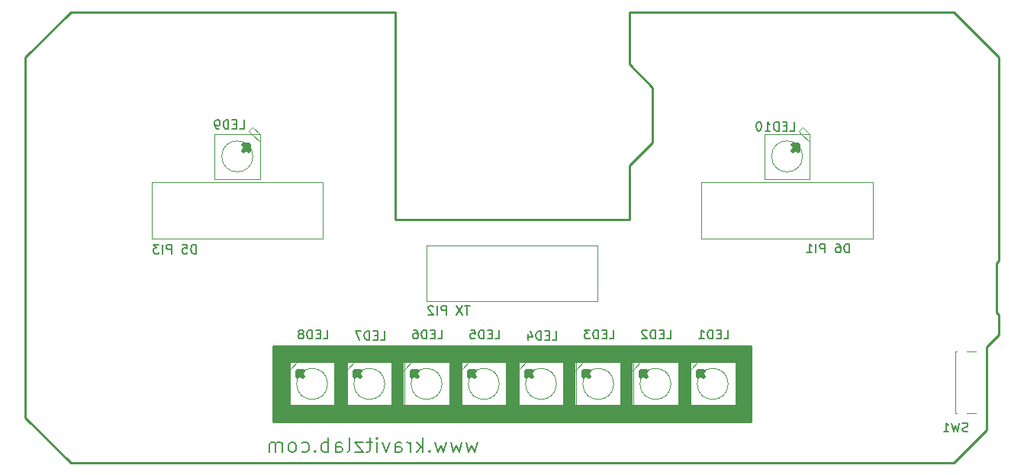
<source format=gbr>
%TF.GenerationSoftware,KiCad,Pcbnew,9.0.0*%
%TF.CreationDate,2025-04-22T12:37:31+01:00*%
%TF.ProjectId,FED3_v7.3,46454433-5f76-4372-9e33-2e6b69636164,rev?*%
%TF.SameCoordinates,Original*%
%TF.FileFunction,Legend,Bot*%
%TF.FilePolarity,Positive*%
%FSLAX46Y46*%
G04 Gerber Fmt 4.6, Leading zero omitted, Abs format (unit mm)*
G04 Created by KiCad (PCBNEW 9.0.0) date 2025-04-22 12:37:31*
%MOMM*%
%LPD*%
G01*
G04 APERTURE LIST*
%ADD10C,0.508000*%
%ADD11C,0.200000*%
%ADD12C,0.142240*%
%ADD13C,0.100000*%
%ADD14C,0.120000*%
%TA.AperFunction,Profile*%
%ADD15C,0.250000*%
%TD*%
G04 APERTURE END LIST*
D10*
X156413600Y-119843600D02*
X157048600Y-120478600D01*
X137363600Y-119843600D02*
X137998600Y-120478600D01*
X169113600Y-119843600D02*
X169748600Y-119843600D01*
X162763600Y-119843600D02*
X163398600Y-120478600D01*
X169113600Y-119843600D02*
X169748600Y-120478600D01*
X162763600Y-119843600D02*
X163398600Y-119843600D01*
X124663600Y-119843600D02*
X125298600Y-120478600D01*
X119291500Y-94735700D02*
X119291500Y-95370700D01*
X180251500Y-94735700D02*
X179616500Y-95370700D01*
X156413600Y-119843600D02*
X156413600Y-120478600D01*
X143713600Y-119843600D02*
X144348600Y-120478600D01*
X131013600Y-119843600D02*
X131013600Y-120478600D01*
X137363600Y-119843600D02*
X137363600Y-120478600D01*
X150063600Y-119843600D02*
X150698600Y-120478600D01*
X180251500Y-94735700D02*
X180251500Y-95370700D01*
X131013600Y-119843600D02*
X131648600Y-120478600D01*
X169113600Y-119843600D02*
X169113600Y-120478600D01*
X119291500Y-94735700D02*
X118656500Y-95370700D01*
X137363600Y-119843600D02*
X137998600Y-119843600D01*
X143713600Y-119843600D02*
X144348600Y-119843600D01*
X156413600Y-119843600D02*
X157048600Y-119843600D01*
X162763600Y-119843600D02*
X162763600Y-120478600D01*
X150063600Y-119843600D02*
X150063600Y-120478600D01*
X124663600Y-119843600D02*
X124663600Y-120478600D01*
X119291500Y-94735700D02*
X118656500Y-94735700D01*
X150063600Y-119843600D02*
X150698600Y-119843600D01*
X131013600Y-119843600D02*
X131648600Y-119843600D01*
X143713600Y-119843600D02*
X143713600Y-120478600D01*
X124663600Y-119843600D02*
X125298600Y-119843600D01*
X180251500Y-94735700D02*
X179616500Y-94735700D01*
D11*
X185905326Y-106692219D02*
X185905326Y-105692219D01*
X185905326Y-105692219D02*
X185667231Y-105692219D01*
X185667231Y-105692219D02*
X185524374Y-105739838D01*
X185524374Y-105739838D02*
X185429136Y-105835076D01*
X185429136Y-105835076D02*
X185381517Y-105930314D01*
X185381517Y-105930314D02*
X185333898Y-106120790D01*
X185333898Y-106120790D02*
X185333898Y-106263647D01*
X185333898Y-106263647D02*
X185381517Y-106454123D01*
X185381517Y-106454123D02*
X185429136Y-106549361D01*
X185429136Y-106549361D02*
X185524374Y-106644600D01*
X185524374Y-106644600D02*
X185667231Y-106692219D01*
X185667231Y-106692219D02*
X185905326Y-106692219D01*
X184476755Y-105692219D02*
X184667231Y-105692219D01*
X184667231Y-105692219D02*
X184762469Y-105739838D01*
X184762469Y-105739838D02*
X184810088Y-105787457D01*
X184810088Y-105787457D02*
X184905326Y-105930314D01*
X184905326Y-105930314D02*
X184952945Y-106120790D01*
X184952945Y-106120790D02*
X184952945Y-106501742D01*
X184952945Y-106501742D02*
X184905326Y-106596980D01*
X184905326Y-106596980D02*
X184857707Y-106644600D01*
X184857707Y-106644600D02*
X184762469Y-106692219D01*
X184762469Y-106692219D02*
X184571993Y-106692219D01*
X184571993Y-106692219D02*
X184476755Y-106644600D01*
X184476755Y-106644600D02*
X184429136Y-106596980D01*
X184429136Y-106596980D02*
X184381517Y-106501742D01*
X184381517Y-106501742D02*
X184381517Y-106263647D01*
X184381517Y-106263647D02*
X184429136Y-106168409D01*
X184429136Y-106168409D02*
X184476755Y-106120790D01*
X184476755Y-106120790D02*
X184571993Y-106073171D01*
X184571993Y-106073171D02*
X184762469Y-106073171D01*
X184762469Y-106073171D02*
X184857707Y-106120790D01*
X184857707Y-106120790D02*
X184905326Y-106168409D01*
X184905326Y-106168409D02*
X184952945Y-106263647D01*
X183191040Y-106692219D02*
X183191040Y-105692219D01*
X183191040Y-105692219D02*
X182810088Y-105692219D01*
X182810088Y-105692219D02*
X182714850Y-105739838D01*
X182714850Y-105739838D02*
X182667231Y-105787457D01*
X182667231Y-105787457D02*
X182619612Y-105882695D01*
X182619612Y-105882695D02*
X182619612Y-106025552D01*
X182619612Y-106025552D02*
X182667231Y-106120790D01*
X182667231Y-106120790D02*
X182714850Y-106168409D01*
X182714850Y-106168409D02*
X182810088Y-106216028D01*
X182810088Y-106216028D02*
X183191040Y-106216028D01*
X182191040Y-106692219D02*
X182191040Y-105692219D01*
X181191041Y-106692219D02*
X181762469Y-106692219D01*
X181476755Y-106692219D02*
X181476755Y-105692219D01*
X181476755Y-105692219D02*
X181571993Y-105835076D01*
X181571993Y-105835076D02*
X181667231Y-105930314D01*
X181667231Y-105930314D02*
X181762469Y-105977933D01*
X143798183Y-112592219D02*
X143226755Y-112592219D01*
X143512469Y-113592219D02*
X143512469Y-112592219D01*
X142988659Y-112592219D02*
X142321993Y-113592219D01*
X142321993Y-112592219D02*
X142988659Y-113592219D01*
X141179135Y-113592219D02*
X141179135Y-112592219D01*
X141179135Y-112592219D02*
X140798183Y-112592219D01*
X140798183Y-112592219D02*
X140702945Y-112639838D01*
X140702945Y-112639838D02*
X140655326Y-112687457D01*
X140655326Y-112687457D02*
X140607707Y-112782695D01*
X140607707Y-112782695D02*
X140607707Y-112925552D01*
X140607707Y-112925552D02*
X140655326Y-113020790D01*
X140655326Y-113020790D02*
X140702945Y-113068409D01*
X140702945Y-113068409D02*
X140798183Y-113116028D01*
X140798183Y-113116028D02*
X141179135Y-113116028D01*
X140179135Y-113592219D02*
X140179135Y-112592219D01*
X139750564Y-112687457D02*
X139702945Y-112639838D01*
X139702945Y-112639838D02*
X139607707Y-112592219D01*
X139607707Y-112592219D02*
X139369612Y-112592219D01*
X139369612Y-112592219D02*
X139274374Y-112639838D01*
X139274374Y-112639838D02*
X139226755Y-112687457D01*
X139226755Y-112687457D02*
X139179136Y-112782695D01*
X139179136Y-112782695D02*
X139179136Y-112877933D01*
X139179136Y-112877933D02*
X139226755Y-113020790D01*
X139226755Y-113020790D02*
X139798183Y-113592219D01*
X139798183Y-113592219D02*
X139179136Y-113592219D01*
X113405326Y-106792219D02*
X113405326Y-105792219D01*
X113405326Y-105792219D02*
X113167231Y-105792219D01*
X113167231Y-105792219D02*
X113024374Y-105839838D01*
X113024374Y-105839838D02*
X112929136Y-105935076D01*
X112929136Y-105935076D02*
X112881517Y-106030314D01*
X112881517Y-106030314D02*
X112833898Y-106220790D01*
X112833898Y-106220790D02*
X112833898Y-106363647D01*
X112833898Y-106363647D02*
X112881517Y-106554123D01*
X112881517Y-106554123D02*
X112929136Y-106649361D01*
X112929136Y-106649361D02*
X113024374Y-106744600D01*
X113024374Y-106744600D02*
X113167231Y-106792219D01*
X113167231Y-106792219D02*
X113405326Y-106792219D01*
X111929136Y-105792219D02*
X112405326Y-105792219D01*
X112405326Y-105792219D02*
X112452945Y-106268409D01*
X112452945Y-106268409D02*
X112405326Y-106220790D01*
X112405326Y-106220790D02*
X112310088Y-106173171D01*
X112310088Y-106173171D02*
X112071993Y-106173171D01*
X112071993Y-106173171D02*
X111976755Y-106220790D01*
X111976755Y-106220790D02*
X111929136Y-106268409D01*
X111929136Y-106268409D02*
X111881517Y-106363647D01*
X111881517Y-106363647D02*
X111881517Y-106601742D01*
X111881517Y-106601742D02*
X111929136Y-106696980D01*
X111929136Y-106696980D02*
X111976755Y-106744600D01*
X111976755Y-106744600D02*
X112071993Y-106792219D01*
X112071993Y-106792219D02*
X112310088Y-106792219D01*
X112310088Y-106792219D02*
X112405326Y-106744600D01*
X112405326Y-106744600D02*
X112452945Y-106696980D01*
X110691040Y-106792219D02*
X110691040Y-105792219D01*
X110691040Y-105792219D02*
X110310088Y-105792219D01*
X110310088Y-105792219D02*
X110214850Y-105839838D01*
X110214850Y-105839838D02*
X110167231Y-105887457D01*
X110167231Y-105887457D02*
X110119612Y-105982695D01*
X110119612Y-105982695D02*
X110119612Y-106125552D01*
X110119612Y-106125552D02*
X110167231Y-106220790D01*
X110167231Y-106220790D02*
X110214850Y-106268409D01*
X110214850Y-106268409D02*
X110310088Y-106316028D01*
X110310088Y-106316028D02*
X110691040Y-106316028D01*
X109691040Y-106792219D02*
X109691040Y-105792219D01*
X109310088Y-105792219D02*
X108691041Y-105792219D01*
X108691041Y-105792219D02*
X109024374Y-106173171D01*
X109024374Y-106173171D02*
X108881517Y-106173171D01*
X108881517Y-106173171D02*
X108786279Y-106220790D01*
X108786279Y-106220790D02*
X108738660Y-106268409D01*
X108738660Y-106268409D02*
X108691041Y-106363647D01*
X108691041Y-106363647D02*
X108691041Y-106601742D01*
X108691041Y-106601742D02*
X108738660Y-106696980D01*
X108738660Y-106696980D02*
X108786279Y-106744600D01*
X108786279Y-106744600D02*
X108881517Y-106792219D01*
X108881517Y-106792219D02*
X109167231Y-106792219D01*
X109167231Y-106792219D02*
X109262469Y-106744600D01*
X109262469Y-106744600D02*
X109310088Y-106696980D01*
D12*
X144630042Y-127773310D02*
X144318468Y-128863817D01*
X144318468Y-128863817D02*
X144006895Y-128084884D01*
X144006895Y-128084884D02*
X143695322Y-128863817D01*
X143695322Y-128863817D02*
X143383748Y-127773310D01*
X142916389Y-127773310D02*
X142604815Y-128863817D01*
X142604815Y-128863817D02*
X142293242Y-128084884D01*
X142293242Y-128084884D02*
X141981669Y-128863817D01*
X141981669Y-128863817D02*
X141670095Y-127773310D01*
X141202736Y-127773310D02*
X140891162Y-128863817D01*
X140891162Y-128863817D02*
X140579589Y-128084884D01*
X140579589Y-128084884D02*
X140268016Y-128863817D01*
X140268016Y-128863817D02*
X139956442Y-127773310D01*
X139333296Y-128708030D02*
X139255403Y-128785924D01*
X139255403Y-128785924D02*
X139333296Y-128863817D01*
X139333296Y-128863817D02*
X139411189Y-128785924D01*
X139411189Y-128785924D02*
X139333296Y-128708030D01*
X139333296Y-128708030D02*
X139333296Y-128863817D01*
X138554363Y-128863817D02*
X138554363Y-127228057D01*
X138398576Y-128240670D02*
X137931216Y-128863817D01*
X137931216Y-127773310D02*
X138554363Y-128396457D01*
X137230176Y-128863817D02*
X137230176Y-127773310D01*
X137230176Y-128084884D02*
X137152283Y-127929097D01*
X137152283Y-127929097D02*
X137074389Y-127851204D01*
X137074389Y-127851204D02*
X136918603Y-127773310D01*
X136918603Y-127773310D02*
X136762816Y-127773310D01*
X135516523Y-128863817D02*
X135516523Y-128006990D01*
X135516523Y-128006990D02*
X135594416Y-127851204D01*
X135594416Y-127851204D02*
X135750203Y-127773310D01*
X135750203Y-127773310D02*
X136061776Y-127773310D01*
X136061776Y-127773310D02*
X136217563Y-127851204D01*
X135516523Y-128785924D02*
X135672310Y-128863817D01*
X135672310Y-128863817D02*
X136061776Y-128863817D01*
X136061776Y-128863817D02*
X136217563Y-128785924D01*
X136217563Y-128785924D02*
X136295456Y-128630137D01*
X136295456Y-128630137D02*
X136295456Y-128474350D01*
X136295456Y-128474350D02*
X136217563Y-128318564D01*
X136217563Y-128318564D02*
X136061776Y-128240670D01*
X136061776Y-128240670D02*
X135672310Y-128240670D01*
X135672310Y-128240670D02*
X135516523Y-128162777D01*
X134893377Y-127773310D02*
X134503910Y-128863817D01*
X134503910Y-128863817D02*
X134114443Y-127773310D01*
X133491297Y-128863817D02*
X133491297Y-127773310D01*
X133491297Y-127228057D02*
X133569190Y-127305950D01*
X133569190Y-127305950D02*
X133491297Y-127383844D01*
X133491297Y-127383844D02*
X133413404Y-127305950D01*
X133413404Y-127305950D02*
X133491297Y-127228057D01*
X133491297Y-127228057D02*
X133491297Y-127383844D01*
X132946044Y-127773310D02*
X132322897Y-127773310D01*
X132712364Y-127228057D02*
X132712364Y-128630137D01*
X132712364Y-128630137D02*
X132634471Y-128785924D01*
X132634471Y-128785924D02*
X132478684Y-128863817D01*
X132478684Y-128863817D02*
X132322897Y-128863817D01*
X131933431Y-127773310D02*
X131076604Y-127773310D01*
X131076604Y-127773310D02*
X131933431Y-128863817D01*
X131933431Y-128863817D02*
X131076604Y-128863817D01*
X130219777Y-128863817D02*
X130375564Y-128785924D01*
X130375564Y-128785924D02*
X130453457Y-128630137D01*
X130453457Y-128630137D02*
X130453457Y-127228057D01*
X128895590Y-128863817D02*
X128895590Y-128006990D01*
X128895590Y-128006990D02*
X128973483Y-127851204D01*
X128973483Y-127851204D02*
X129129270Y-127773310D01*
X129129270Y-127773310D02*
X129440843Y-127773310D01*
X129440843Y-127773310D02*
X129596630Y-127851204D01*
X128895590Y-128785924D02*
X129051377Y-128863817D01*
X129051377Y-128863817D02*
X129440843Y-128863817D01*
X129440843Y-128863817D02*
X129596630Y-128785924D01*
X129596630Y-128785924D02*
X129674523Y-128630137D01*
X129674523Y-128630137D02*
X129674523Y-128474350D01*
X129674523Y-128474350D02*
X129596630Y-128318564D01*
X129596630Y-128318564D02*
X129440843Y-128240670D01*
X129440843Y-128240670D02*
X129051377Y-128240670D01*
X129051377Y-128240670D02*
X128895590Y-128162777D01*
X128116657Y-128863817D02*
X128116657Y-127228057D01*
X128116657Y-127851204D02*
X127960870Y-127773310D01*
X127960870Y-127773310D02*
X127649297Y-127773310D01*
X127649297Y-127773310D02*
X127493510Y-127851204D01*
X127493510Y-127851204D02*
X127415617Y-127929097D01*
X127415617Y-127929097D02*
X127337724Y-128084884D01*
X127337724Y-128084884D02*
X127337724Y-128552244D01*
X127337724Y-128552244D02*
X127415617Y-128708030D01*
X127415617Y-128708030D02*
X127493510Y-128785924D01*
X127493510Y-128785924D02*
X127649297Y-128863817D01*
X127649297Y-128863817D02*
X127960870Y-128863817D01*
X127960870Y-128863817D02*
X128116657Y-128785924D01*
X126636684Y-128708030D02*
X126558791Y-128785924D01*
X126558791Y-128785924D02*
X126636684Y-128863817D01*
X126636684Y-128863817D02*
X126714577Y-128785924D01*
X126714577Y-128785924D02*
X126636684Y-128708030D01*
X126636684Y-128708030D02*
X126636684Y-128863817D01*
X125156711Y-128785924D02*
X125312498Y-128863817D01*
X125312498Y-128863817D02*
X125624071Y-128863817D01*
X125624071Y-128863817D02*
X125779858Y-128785924D01*
X125779858Y-128785924D02*
X125857751Y-128708030D01*
X125857751Y-128708030D02*
X125935644Y-128552244D01*
X125935644Y-128552244D02*
X125935644Y-128084884D01*
X125935644Y-128084884D02*
X125857751Y-127929097D01*
X125857751Y-127929097D02*
X125779858Y-127851204D01*
X125779858Y-127851204D02*
X125624071Y-127773310D01*
X125624071Y-127773310D02*
X125312498Y-127773310D01*
X125312498Y-127773310D02*
X125156711Y-127851204D01*
X124221991Y-128863817D02*
X124377778Y-128785924D01*
X124377778Y-128785924D02*
X124455671Y-128708030D01*
X124455671Y-128708030D02*
X124533564Y-128552244D01*
X124533564Y-128552244D02*
X124533564Y-128084884D01*
X124533564Y-128084884D02*
X124455671Y-127929097D01*
X124455671Y-127929097D02*
X124377778Y-127851204D01*
X124377778Y-127851204D02*
X124221991Y-127773310D01*
X124221991Y-127773310D02*
X123988311Y-127773310D01*
X123988311Y-127773310D02*
X123832524Y-127851204D01*
X123832524Y-127851204D02*
X123754631Y-127929097D01*
X123754631Y-127929097D02*
X123676738Y-128084884D01*
X123676738Y-128084884D02*
X123676738Y-128552244D01*
X123676738Y-128552244D02*
X123754631Y-128708030D01*
X123754631Y-128708030D02*
X123832524Y-128785924D01*
X123832524Y-128785924D02*
X123988311Y-128863817D01*
X123988311Y-128863817D02*
X124221991Y-128863817D01*
X122975698Y-128863817D02*
X122975698Y-127773310D01*
X122975698Y-127929097D02*
X122897805Y-127851204D01*
X122897805Y-127851204D02*
X122742018Y-127773310D01*
X122742018Y-127773310D02*
X122508338Y-127773310D01*
X122508338Y-127773310D02*
X122352551Y-127851204D01*
X122352551Y-127851204D02*
X122274658Y-128006990D01*
X122274658Y-128006990D02*
X122274658Y-128863817D01*
X122274658Y-128006990D02*
X122196765Y-127851204D01*
X122196765Y-127851204D02*
X122040978Y-127773310D01*
X122040978Y-127773310D02*
X121807298Y-127773310D01*
X121807298Y-127773310D02*
X121651511Y-127851204D01*
X121651511Y-127851204D02*
X121573618Y-128006990D01*
X121573618Y-128006990D02*
X121573618Y-128863817D01*
D11*
X179311340Y-93162219D02*
X179787530Y-93162219D01*
X179787530Y-93162219D02*
X179787530Y-92162219D01*
X178978006Y-92638409D02*
X178644673Y-92638409D01*
X178501816Y-93162219D02*
X178978006Y-93162219D01*
X178978006Y-93162219D02*
X178978006Y-92162219D01*
X178978006Y-92162219D02*
X178501816Y-92162219D01*
X178073244Y-93162219D02*
X178073244Y-92162219D01*
X178073244Y-92162219D02*
X177835149Y-92162219D01*
X177835149Y-92162219D02*
X177692292Y-92209838D01*
X177692292Y-92209838D02*
X177597054Y-92305076D01*
X177597054Y-92305076D02*
X177549435Y-92400314D01*
X177549435Y-92400314D02*
X177501816Y-92590790D01*
X177501816Y-92590790D02*
X177501816Y-92733647D01*
X177501816Y-92733647D02*
X177549435Y-92924123D01*
X177549435Y-92924123D02*
X177597054Y-93019361D01*
X177597054Y-93019361D02*
X177692292Y-93114600D01*
X177692292Y-93114600D02*
X177835149Y-93162219D01*
X177835149Y-93162219D02*
X178073244Y-93162219D01*
X176549435Y-93162219D02*
X177120863Y-93162219D01*
X176835149Y-93162219D02*
X176835149Y-92162219D01*
X176835149Y-92162219D02*
X176930387Y-92305076D01*
X176930387Y-92305076D02*
X177025625Y-92400314D01*
X177025625Y-92400314D02*
X177120863Y-92447933D01*
X175930387Y-92162219D02*
X175835149Y-92162219D01*
X175835149Y-92162219D02*
X175739911Y-92209838D01*
X175739911Y-92209838D02*
X175692292Y-92257457D01*
X175692292Y-92257457D02*
X175644673Y-92352695D01*
X175644673Y-92352695D02*
X175597054Y-92543171D01*
X175597054Y-92543171D02*
X175597054Y-92781266D01*
X175597054Y-92781266D02*
X175644673Y-92971742D01*
X175644673Y-92971742D02*
X175692292Y-93066980D01*
X175692292Y-93066980D02*
X175739911Y-93114600D01*
X175739911Y-93114600D02*
X175835149Y-93162219D01*
X175835149Y-93162219D02*
X175930387Y-93162219D01*
X175930387Y-93162219D02*
X176025625Y-93114600D01*
X176025625Y-93114600D02*
X176073244Y-93066980D01*
X176073244Y-93066980D02*
X176120863Y-92971742D01*
X176120863Y-92971742D02*
X176168482Y-92781266D01*
X176168482Y-92781266D02*
X176168482Y-92543171D01*
X176168482Y-92543171D02*
X176120863Y-92352695D01*
X176120863Y-92352695D02*
X176073244Y-92257457D01*
X176073244Y-92257457D02*
X176025625Y-92209838D01*
X176025625Y-92209838D02*
X175930387Y-92162219D01*
X152944359Y-116397719D02*
X153420549Y-116397719D01*
X153420549Y-116397719D02*
X153420549Y-115397719D01*
X152611025Y-115873909D02*
X152277692Y-115873909D01*
X152134835Y-116397719D02*
X152611025Y-116397719D01*
X152611025Y-116397719D02*
X152611025Y-115397719D01*
X152611025Y-115397719D02*
X152134835Y-115397719D01*
X151706263Y-116397719D02*
X151706263Y-115397719D01*
X151706263Y-115397719D02*
X151468168Y-115397719D01*
X151468168Y-115397719D02*
X151325311Y-115445338D01*
X151325311Y-115445338D02*
X151230073Y-115540576D01*
X151230073Y-115540576D02*
X151182454Y-115635814D01*
X151182454Y-115635814D02*
X151134835Y-115826290D01*
X151134835Y-115826290D02*
X151134835Y-115969147D01*
X151134835Y-115969147D02*
X151182454Y-116159623D01*
X151182454Y-116159623D02*
X151230073Y-116254861D01*
X151230073Y-116254861D02*
X151325311Y-116350100D01*
X151325311Y-116350100D02*
X151468168Y-116397719D01*
X151468168Y-116397719D02*
X151706263Y-116397719D01*
X150277692Y-115731052D02*
X150277692Y-116397719D01*
X150515787Y-115350100D02*
X150753882Y-116064385D01*
X150753882Y-116064385D02*
X150134835Y-116064385D01*
X199038720Y-126539600D02*
X198895863Y-126587219D01*
X198895863Y-126587219D02*
X198657768Y-126587219D01*
X198657768Y-126587219D02*
X198562530Y-126539600D01*
X198562530Y-126539600D02*
X198514911Y-126491980D01*
X198514911Y-126491980D02*
X198467292Y-126396742D01*
X198467292Y-126396742D02*
X198467292Y-126301504D01*
X198467292Y-126301504D02*
X198514911Y-126206266D01*
X198514911Y-126206266D02*
X198562530Y-126158647D01*
X198562530Y-126158647D02*
X198657768Y-126111028D01*
X198657768Y-126111028D02*
X198848244Y-126063409D01*
X198848244Y-126063409D02*
X198943482Y-126015790D01*
X198943482Y-126015790D02*
X198991101Y-125968171D01*
X198991101Y-125968171D02*
X199038720Y-125872933D01*
X199038720Y-125872933D02*
X199038720Y-125777695D01*
X199038720Y-125777695D02*
X198991101Y-125682457D01*
X198991101Y-125682457D02*
X198943482Y-125634838D01*
X198943482Y-125634838D02*
X198848244Y-125587219D01*
X198848244Y-125587219D02*
X198610149Y-125587219D01*
X198610149Y-125587219D02*
X198467292Y-125634838D01*
X198133958Y-125587219D02*
X197895863Y-126587219D01*
X197895863Y-126587219D02*
X197705387Y-125872933D01*
X197705387Y-125872933D02*
X197514911Y-126587219D01*
X197514911Y-126587219D02*
X197276816Y-125587219D01*
X196372054Y-126587219D02*
X196943482Y-126587219D01*
X196657768Y-126587219D02*
X196657768Y-125587219D01*
X196657768Y-125587219D02*
X196753006Y-125730076D01*
X196753006Y-125730076D02*
X196848244Y-125825314D01*
X196848244Y-125825314D02*
X196943482Y-125872933D01*
X118258959Y-92962219D02*
X118735149Y-92962219D01*
X118735149Y-92962219D02*
X118735149Y-91962219D01*
X117925625Y-92438409D02*
X117592292Y-92438409D01*
X117449435Y-92962219D02*
X117925625Y-92962219D01*
X117925625Y-92962219D02*
X117925625Y-91962219D01*
X117925625Y-91962219D02*
X117449435Y-91962219D01*
X117020863Y-92962219D02*
X117020863Y-91962219D01*
X117020863Y-91962219D02*
X116782768Y-91962219D01*
X116782768Y-91962219D02*
X116639911Y-92009838D01*
X116639911Y-92009838D02*
X116544673Y-92105076D01*
X116544673Y-92105076D02*
X116497054Y-92200314D01*
X116497054Y-92200314D02*
X116449435Y-92390790D01*
X116449435Y-92390790D02*
X116449435Y-92533647D01*
X116449435Y-92533647D02*
X116497054Y-92724123D01*
X116497054Y-92724123D02*
X116544673Y-92819361D01*
X116544673Y-92819361D02*
X116639911Y-92914600D01*
X116639911Y-92914600D02*
X116782768Y-92962219D01*
X116782768Y-92962219D02*
X117020863Y-92962219D01*
X115973244Y-92962219D02*
X115782768Y-92962219D01*
X115782768Y-92962219D02*
X115687530Y-92914600D01*
X115687530Y-92914600D02*
X115639911Y-92866980D01*
X115639911Y-92866980D02*
X115544673Y-92724123D01*
X115544673Y-92724123D02*
X115497054Y-92533647D01*
X115497054Y-92533647D02*
X115497054Y-92152695D01*
X115497054Y-92152695D02*
X115544673Y-92057457D01*
X115544673Y-92057457D02*
X115592292Y-92009838D01*
X115592292Y-92009838D02*
X115687530Y-91962219D01*
X115687530Y-91962219D02*
X115878006Y-91962219D01*
X115878006Y-91962219D02*
X115973244Y-92009838D01*
X115973244Y-92009838D02*
X116020863Y-92057457D01*
X116020863Y-92057457D02*
X116068482Y-92152695D01*
X116068482Y-92152695D02*
X116068482Y-92390790D01*
X116068482Y-92390790D02*
X116020863Y-92486028D01*
X116020863Y-92486028D02*
X115973244Y-92533647D01*
X115973244Y-92533647D02*
X115878006Y-92581266D01*
X115878006Y-92581266D02*
X115687530Y-92581266D01*
X115687530Y-92581266D02*
X115592292Y-92533647D01*
X115592292Y-92533647D02*
X115544673Y-92486028D01*
X115544673Y-92486028D02*
X115497054Y-92390790D01*
X127544359Y-116270719D02*
X128020549Y-116270719D01*
X128020549Y-116270719D02*
X128020549Y-115270719D01*
X127211025Y-115746909D02*
X126877692Y-115746909D01*
X126734835Y-116270719D02*
X127211025Y-116270719D01*
X127211025Y-116270719D02*
X127211025Y-115270719D01*
X127211025Y-115270719D02*
X126734835Y-115270719D01*
X126306263Y-116270719D02*
X126306263Y-115270719D01*
X126306263Y-115270719D02*
X126068168Y-115270719D01*
X126068168Y-115270719D02*
X125925311Y-115318338D01*
X125925311Y-115318338D02*
X125830073Y-115413576D01*
X125830073Y-115413576D02*
X125782454Y-115508814D01*
X125782454Y-115508814D02*
X125734835Y-115699290D01*
X125734835Y-115699290D02*
X125734835Y-115842147D01*
X125734835Y-115842147D02*
X125782454Y-116032623D01*
X125782454Y-116032623D02*
X125830073Y-116127861D01*
X125830073Y-116127861D02*
X125925311Y-116223100D01*
X125925311Y-116223100D02*
X126068168Y-116270719D01*
X126068168Y-116270719D02*
X126306263Y-116270719D01*
X125163406Y-115699290D02*
X125258644Y-115651671D01*
X125258644Y-115651671D02*
X125306263Y-115604052D01*
X125306263Y-115604052D02*
X125353882Y-115508814D01*
X125353882Y-115508814D02*
X125353882Y-115461195D01*
X125353882Y-115461195D02*
X125306263Y-115365957D01*
X125306263Y-115365957D02*
X125258644Y-115318338D01*
X125258644Y-115318338D02*
X125163406Y-115270719D01*
X125163406Y-115270719D02*
X124972930Y-115270719D01*
X124972930Y-115270719D02*
X124877692Y-115318338D01*
X124877692Y-115318338D02*
X124830073Y-115365957D01*
X124830073Y-115365957D02*
X124782454Y-115461195D01*
X124782454Y-115461195D02*
X124782454Y-115508814D01*
X124782454Y-115508814D02*
X124830073Y-115604052D01*
X124830073Y-115604052D02*
X124877692Y-115651671D01*
X124877692Y-115651671D02*
X124972930Y-115699290D01*
X124972930Y-115699290D02*
X125163406Y-115699290D01*
X125163406Y-115699290D02*
X125258644Y-115746909D01*
X125258644Y-115746909D02*
X125306263Y-115794528D01*
X125306263Y-115794528D02*
X125353882Y-115889766D01*
X125353882Y-115889766D02*
X125353882Y-116080242D01*
X125353882Y-116080242D02*
X125306263Y-116175480D01*
X125306263Y-116175480D02*
X125258644Y-116223100D01*
X125258644Y-116223100D02*
X125163406Y-116270719D01*
X125163406Y-116270719D02*
X124972930Y-116270719D01*
X124972930Y-116270719D02*
X124877692Y-116223100D01*
X124877692Y-116223100D02*
X124830073Y-116175480D01*
X124830073Y-116175480D02*
X124782454Y-116080242D01*
X124782454Y-116080242D02*
X124782454Y-115889766D01*
X124782454Y-115889766D02*
X124830073Y-115794528D01*
X124830073Y-115794528D02*
X124877692Y-115746909D01*
X124877692Y-115746909D02*
X124972930Y-115699290D01*
X159294359Y-116270719D02*
X159770549Y-116270719D01*
X159770549Y-116270719D02*
X159770549Y-115270719D01*
X158961025Y-115746909D02*
X158627692Y-115746909D01*
X158484835Y-116270719D02*
X158961025Y-116270719D01*
X158961025Y-116270719D02*
X158961025Y-115270719D01*
X158961025Y-115270719D02*
X158484835Y-115270719D01*
X158056263Y-116270719D02*
X158056263Y-115270719D01*
X158056263Y-115270719D02*
X157818168Y-115270719D01*
X157818168Y-115270719D02*
X157675311Y-115318338D01*
X157675311Y-115318338D02*
X157580073Y-115413576D01*
X157580073Y-115413576D02*
X157532454Y-115508814D01*
X157532454Y-115508814D02*
X157484835Y-115699290D01*
X157484835Y-115699290D02*
X157484835Y-115842147D01*
X157484835Y-115842147D02*
X157532454Y-116032623D01*
X157532454Y-116032623D02*
X157580073Y-116127861D01*
X157580073Y-116127861D02*
X157675311Y-116223100D01*
X157675311Y-116223100D02*
X157818168Y-116270719D01*
X157818168Y-116270719D02*
X158056263Y-116270719D01*
X157151501Y-115270719D02*
X156532454Y-115270719D01*
X156532454Y-115270719D02*
X156865787Y-115651671D01*
X156865787Y-115651671D02*
X156722930Y-115651671D01*
X156722930Y-115651671D02*
X156627692Y-115699290D01*
X156627692Y-115699290D02*
X156580073Y-115746909D01*
X156580073Y-115746909D02*
X156532454Y-115842147D01*
X156532454Y-115842147D02*
X156532454Y-116080242D01*
X156532454Y-116080242D02*
X156580073Y-116175480D01*
X156580073Y-116175480D02*
X156627692Y-116223100D01*
X156627692Y-116223100D02*
X156722930Y-116270719D01*
X156722930Y-116270719D02*
X157008644Y-116270719D01*
X157008644Y-116270719D02*
X157103882Y-116223100D01*
X157103882Y-116223100D02*
X157151501Y-116175480D01*
X171994359Y-116270719D02*
X172470549Y-116270719D01*
X172470549Y-116270719D02*
X172470549Y-115270719D01*
X171661025Y-115746909D02*
X171327692Y-115746909D01*
X171184835Y-116270719D02*
X171661025Y-116270719D01*
X171661025Y-116270719D02*
X171661025Y-115270719D01*
X171661025Y-115270719D02*
X171184835Y-115270719D01*
X170756263Y-116270719D02*
X170756263Y-115270719D01*
X170756263Y-115270719D02*
X170518168Y-115270719D01*
X170518168Y-115270719D02*
X170375311Y-115318338D01*
X170375311Y-115318338D02*
X170280073Y-115413576D01*
X170280073Y-115413576D02*
X170232454Y-115508814D01*
X170232454Y-115508814D02*
X170184835Y-115699290D01*
X170184835Y-115699290D02*
X170184835Y-115842147D01*
X170184835Y-115842147D02*
X170232454Y-116032623D01*
X170232454Y-116032623D02*
X170280073Y-116127861D01*
X170280073Y-116127861D02*
X170375311Y-116223100D01*
X170375311Y-116223100D02*
X170518168Y-116270719D01*
X170518168Y-116270719D02*
X170756263Y-116270719D01*
X169232454Y-116270719D02*
X169803882Y-116270719D01*
X169518168Y-116270719D02*
X169518168Y-115270719D01*
X169518168Y-115270719D02*
X169613406Y-115413576D01*
X169613406Y-115413576D02*
X169708644Y-115508814D01*
X169708644Y-115508814D02*
X169803882Y-115556433D01*
X165644359Y-116270719D02*
X166120549Y-116270719D01*
X166120549Y-116270719D02*
X166120549Y-115270719D01*
X165311025Y-115746909D02*
X164977692Y-115746909D01*
X164834835Y-116270719D02*
X165311025Y-116270719D01*
X165311025Y-116270719D02*
X165311025Y-115270719D01*
X165311025Y-115270719D02*
X164834835Y-115270719D01*
X164406263Y-116270719D02*
X164406263Y-115270719D01*
X164406263Y-115270719D02*
X164168168Y-115270719D01*
X164168168Y-115270719D02*
X164025311Y-115318338D01*
X164025311Y-115318338D02*
X163930073Y-115413576D01*
X163930073Y-115413576D02*
X163882454Y-115508814D01*
X163882454Y-115508814D02*
X163834835Y-115699290D01*
X163834835Y-115699290D02*
X163834835Y-115842147D01*
X163834835Y-115842147D02*
X163882454Y-116032623D01*
X163882454Y-116032623D02*
X163930073Y-116127861D01*
X163930073Y-116127861D02*
X164025311Y-116223100D01*
X164025311Y-116223100D02*
X164168168Y-116270719D01*
X164168168Y-116270719D02*
X164406263Y-116270719D01*
X163453882Y-115365957D02*
X163406263Y-115318338D01*
X163406263Y-115318338D02*
X163311025Y-115270719D01*
X163311025Y-115270719D02*
X163072930Y-115270719D01*
X163072930Y-115270719D02*
X162977692Y-115318338D01*
X162977692Y-115318338D02*
X162930073Y-115365957D01*
X162930073Y-115365957D02*
X162882454Y-115461195D01*
X162882454Y-115461195D02*
X162882454Y-115556433D01*
X162882454Y-115556433D02*
X162930073Y-115699290D01*
X162930073Y-115699290D02*
X163501501Y-116270719D01*
X163501501Y-116270719D02*
X162882454Y-116270719D01*
X140244359Y-116270719D02*
X140720549Y-116270719D01*
X140720549Y-116270719D02*
X140720549Y-115270719D01*
X139911025Y-115746909D02*
X139577692Y-115746909D01*
X139434835Y-116270719D02*
X139911025Y-116270719D01*
X139911025Y-116270719D02*
X139911025Y-115270719D01*
X139911025Y-115270719D02*
X139434835Y-115270719D01*
X139006263Y-116270719D02*
X139006263Y-115270719D01*
X139006263Y-115270719D02*
X138768168Y-115270719D01*
X138768168Y-115270719D02*
X138625311Y-115318338D01*
X138625311Y-115318338D02*
X138530073Y-115413576D01*
X138530073Y-115413576D02*
X138482454Y-115508814D01*
X138482454Y-115508814D02*
X138434835Y-115699290D01*
X138434835Y-115699290D02*
X138434835Y-115842147D01*
X138434835Y-115842147D02*
X138482454Y-116032623D01*
X138482454Y-116032623D02*
X138530073Y-116127861D01*
X138530073Y-116127861D02*
X138625311Y-116223100D01*
X138625311Y-116223100D02*
X138768168Y-116270719D01*
X138768168Y-116270719D02*
X139006263Y-116270719D01*
X137577692Y-115270719D02*
X137768168Y-115270719D01*
X137768168Y-115270719D02*
X137863406Y-115318338D01*
X137863406Y-115318338D02*
X137911025Y-115365957D01*
X137911025Y-115365957D02*
X138006263Y-115508814D01*
X138006263Y-115508814D02*
X138053882Y-115699290D01*
X138053882Y-115699290D02*
X138053882Y-116080242D01*
X138053882Y-116080242D02*
X138006263Y-116175480D01*
X138006263Y-116175480D02*
X137958644Y-116223100D01*
X137958644Y-116223100D02*
X137863406Y-116270719D01*
X137863406Y-116270719D02*
X137672930Y-116270719D01*
X137672930Y-116270719D02*
X137577692Y-116223100D01*
X137577692Y-116223100D02*
X137530073Y-116175480D01*
X137530073Y-116175480D02*
X137482454Y-116080242D01*
X137482454Y-116080242D02*
X137482454Y-115842147D01*
X137482454Y-115842147D02*
X137530073Y-115746909D01*
X137530073Y-115746909D02*
X137577692Y-115699290D01*
X137577692Y-115699290D02*
X137672930Y-115651671D01*
X137672930Y-115651671D02*
X137863406Y-115651671D01*
X137863406Y-115651671D02*
X137958644Y-115699290D01*
X137958644Y-115699290D02*
X138006263Y-115746909D01*
X138006263Y-115746909D02*
X138053882Y-115842147D01*
X133894359Y-116397719D02*
X134370549Y-116397719D01*
X134370549Y-116397719D02*
X134370549Y-115397719D01*
X133561025Y-115873909D02*
X133227692Y-115873909D01*
X133084835Y-116397719D02*
X133561025Y-116397719D01*
X133561025Y-116397719D02*
X133561025Y-115397719D01*
X133561025Y-115397719D02*
X133084835Y-115397719D01*
X132656263Y-116397719D02*
X132656263Y-115397719D01*
X132656263Y-115397719D02*
X132418168Y-115397719D01*
X132418168Y-115397719D02*
X132275311Y-115445338D01*
X132275311Y-115445338D02*
X132180073Y-115540576D01*
X132180073Y-115540576D02*
X132132454Y-115635814D01*
X132132454Y-115635814D02*
X132084835Y-115826290D01*
X132084835Y-115826290D02*
X132084835Y-115969147D01*
X132084835Y-115969147D02*
X132132454Y-116159623D01*
X132132454Y-116159623D02*
X132180073Y-116254861D01*
X132180073Y-116254861D02*
X132275311Y-116350100D01*
X132275311Y-116350100D02*
X132418168Y-116397719D01*
X132418168Y-116397719D02*
X132656263Y-116397719D01*
X131751501Y-115397719D02*
X131084835Y-115397719D01*
X131084835Y-115397719D02*
X131513406Y-116397719D01*
X146594359Y-116270719D02*
X147070549Y-116270719D01*
X147070549Y-116270719D02*
X147070549Y-115270719D01*
X146261025Y-115746909D02*
X145927692Y-115746909D01*
X145784835Y-116270719D02*
X146261025Y-116270719D01*
X146261025Y-116270719D02*
X146261025Y-115270719D01*
X146261025Y-115270719D02*
X145784835Y-115270719D01*
X145356263Y-116270719D02*
X145356263Y-115270719D01*
X145356263Y-115270719D02*
X145118168Y-115270719D01*
X145118168Y-115270719D02*
X144975311Y-115318338D01*
X144975311Y-115318338D02*
X144880073Y-115413576D01*
X144880073Y-115413576D02*
X144832454Y-115508814D01*
X144832454Y-115508814D02*
X144784835Y-115699290D01*
X144784835Y-115699290D02*
X144784835Y-115842147D01*
X144784835Y-115842147D02*
X144832454Y-116032623D01*
X144832454Y-116032623D02*
X144880073Y-116127861D01*
X144880073Y-116127861D02*
X144975311Y-116223100D01*
X144975311Y-116223100D02*
X145118168Y-116270719D01*
X145118168Y-116270719D02*
X145356263Y-116270719D01*
X143880073Y-115270719D02*
X144356263Y-115270719D01*
X144356263Y-115270719D02*
X144403882Y-115746909D01*
X144403882Y-115746909D02*
X144356263Y-115699290D01*
X144356263Y-115699290D02*
X144261025Y-115651671D01*
X144261025Y-115651671D02*
X144022930Y-115651671D01*
X144022930Y-115651671D02*
X143927692Y-115699290D01*
X143927692Y-115699290D02*
X143880073Y-115746909D01*
X143880073Y-115746909D02*
X143832454Y-115842147D01*
X143832454Y-115842147D02*
X143832454Y-116080242D01*
X143832454Y-116080242D02*
X143880073Y-116175480D01*
X143880073Y-116175480D02*
X143927692Y-116223100D01*
X143927692Y-116223100D02*
X144022930Y-116270719D01*
X144022930Y-116270719D02*
X144261025Y-116270719D01*
X144261025Y-116270719D02*
X144356263Y-116223100D01*
X144356263Y-116223100D02*
X144403882Y-116175480D01*
D13*
%TO.C,LED10*%
X176501100Y-93500400D02*
X180601100Y-93500400D01*
X176501100Y-98500400D02*
X176501100Y-93500400D01*
X180301100Y-93200400D02*
X180601100Y-93500400D01*
X180601100Y-93500400D02*
X181501100Y-93500400D01*
X180601100Y-93500400D02*
X181501100Y-94400400D01*
X180701100Y-92800400D02*
X180301100Y-93200400D01*
X181501100Y-93500400D02*
X180701100Y-92800400D01*
X181501100Y-93500400D02*
X181501100Y-94400400D01*
X181501100Y-94400400D02*
X181501100Y-98500400D01*
X181501100Y-98500400D02*
X176501100Y-98500400D01*
X180721562Y-96000400D02*
G75*
G02*
X177280638Y-96000400I-1720462J0D01*
G01*
X177280638Y-96000400D02*
G75*
G02*
X180721562Y-96000400I1720462J0D01*
G01*
%TO.C,LED4*%
X148501900Y-119566000D02*
X148901900Y-119966000D01*
X148901900Y-119966000D02*
X149201900Y-119666000D01*
X149201900Y-118766000D02*
X148501900Y-119566000D01*
X149201900Y-118766000D02*
X150101900Y-118766000D01*
X149201900Y-119666000D02*
X149201900Y-118766000D01*
X149201900Y-119666000D02*
X150101900Y-118766000D01*
X149201900Y-123766000D02*
X149201900Y-119666000D01*
X150101900Y-118766000D02*
X154201900Y-118766000D01*
X154201900Y-118766000D02*
X154201900Y-123766000D01*
X154201900Y-123766000D02*
X149201900Y-123766000D01*
X153422362Y-121266000D02*
G75*
G02*
X149981438Y-121266000I-1720462J0D01*
G01*
X149981438Y-121266000D02*
G75*
G02*
X153422362Y-121266000I1720462J0D01*
G01*
D14*
%TO.C,SW1*%
X197700000Y-117650000D02*
X197800000Y-117650000D01*
X197700000Y-124500000D02*
X197700000Y-117650000D01*
X197800000Y-124500000D02*
X197700000Y-124500000D01*
X198900000Y-117650000D02*
X200000000Y-117650000D01*
X200000000Y-124500000D02*
X198900000Y-124500000D01*
X201100000Y-117650000D02*
X201150000Y-117650000D01*
X201150000Y-117650000D02*
X201150000Y-124500000D01*
X201150000Y-124500000D02*
X201100000Y-124500000D01*
D13*
%TO.C,LED9*%
X115501100Y-93500400D02*
X119601100Y-93500400D01*
X115501100Y-98500400D02*
X115501100Y-93500400D01*
X119301100Y-93200400D02*
X119601100Y-93500400D01*
X119601100Y-93500400D02*
X120501100Y-93500400D01*
X119601100Y-93500400D02*
X120501100Y-94400400D01*
X119701100Y-92800400D02*
X119301100Y-93200400D01*
X120501100Y-93500400D02*
X119701100Y-92800400D01*
X120501100Y-93500400D02*
X120501100Y-94400400D01*
X120501100Y-94400400D02*
X120501100Y-98500400D01*
X120501100Y-98500400D02*
X115501100Y-98500400D01*
X119721562Y-96000400D02*
G75*
G02*
X116280638Y-96000400I-1720462J0D01*
G01*
X116280638Y-96000400D02*
G75*
G02*
X119721562Y-96000400I1720462J0D01*
G01*
%TO.C,LED8*%
X123101900Y-119566000D02*
X123501900Y-119966000D01*
X123501900Y-119966000D02*
X123801900Y-119666000D01*
X123801900Y-118766000D02*
X123101900Y-119566000D01*
X123801900Y-118766000D02*
X124701900Y-118766000D01*
X123801900Y-119666000D02*
X123801900Y-118766000D01*
X123801900Y-119666000D02*
X124701900Y-118766000D01*
X123801900Y-123766000D02*
X123801900Y-119666000D01*
X124701900Y-118766000D02*
X128801900Y-118766000D01*
X128801900Y-118766000D02*
X128801900Y-123766000D01*
X128801900Y-123766000D02*
X123801900Y-123766000D01*
X128022362Y-121266000D02*
G75*
G02*
X124581438Y-121266000I-1720462J0D01*
G01*
X124581438Y-121266000D02*
G75*
G02*
X128022362Y-121266000I1720462J0D01*
G01*
%TO.C,LED3*%
X154851900Y-119566000D02*
X155251900Y-119966000D01*
X155251900Y-119966000D02*
X155551900Y-119666000D01*
X155551900Y-118766000D02*
X154851900Y-119566000D01*
X155551900Y-118766000D02*
X156451900Y-118766000D01*
X155551900Y-119666000D02*
X155551900Y-118766000D01*
X155551900Y-119666000D02*
X156451900Y-118766000D01*
X155551900Y-123766000D02*
X155551900Y-119666000D01*
X156451900Y-118766000D02*
X160551900Y-118766000D01*
X160551900Y-118766000D02*
X160551900Y-123766000D01*
X160551900Y-123766000D02*
X155551900Y-123766000D01*
X159772362Y-121266000D02*
G75*
G02*
X156331438Y-121266000I-1720462J0D01*
G01*
X156331438Y-121266000D02*
G75*
G02*
X159772362Y-121266000I1720462J0D01*
G01*
%TO.C,LED1*%
X167551900Y-119566000D02*
X167951900Y-119966000D01*
X167951900Y-119966000D02*
X168251900Y-119666000D01*
X168251900Y-118766000D02*
X167551900Y-119566000D01*
X168251900Y-118766000D02*
X169151900Y-118766000D01*
X168251900Y-119666000D02*
X168251900Y-118766000D01*
X168251900Y-119666000D02*
X169151900Y-118766000D01*
X168251900Y-123766000D02*
X168251900Y-119666000D01*
X169151900Y-118766000D02*
X173251900Y-118766000D01*
X173251900Y-118766000D02*
X173251900Y-123766000D01*
X173251900Y-123766000D02*
X168251900Y-123766000D01*
X172472362Y-121266000D02*
G75*
G02*
X169031438Y-121266000I-1720462J0D01*
G01*
X169031438Y-121266000D02*
G75*
G02*
X172472362Y-121266000I1720462J0D01*
G01*
%TO.C,PI3*%
X108501100Y-98903600D02*
X127501100Y-98903600D01*
X108501100Y-105103600D02*
X108501100Y-98903600D01*
X127501100Y-98903600D02*
X127501100Y-98903600D01*
X127501100Y-98903600D02*
X127501100Y-105103600D01*
X127501100Y-105103600D02*
X108501100Y-105103600D01*
%TO.C,PI1*%
X169501100Y-98903600D02*
X188501100Y-98903600D01*
X169501100Y-105103600D02*
X169501100Y-98903600D01*
X188501100Y-98903600D02*
X188501100Y-98903600D01*
X188501100Y-98903600D02*
X188501100Y-105103600D01*
X188501100Y-105103600D02*
X169501100Y-105103600D01*
%TO.C,PI2*%
X139001100Y-105903600D02*
X158001100Y-105903600D01*
X139001100Y-112103600D02*
X139001100Y-105903600D01*
X158001100Y-105903600D02*
X158001100Y-105903600D01*
X158001100Y-105903600D02*
X158001100Y-112103600D01*
X158001100Y-112103600D02*
X139001100Y-112103600D01*
%TO.C,LED2*%
X161201900Y-119566000D02*
X161601900Y-119966000D01*
X161601900Y-119966000D02*
X161901900Y-119666000D01*
X161901900Y-118766000D02*
X161201900Y-119566000D01*
X161901900Y-118766000D02*
X162801900Y-118766000D01*
X161901900Y-119666000D02*
X161901900Y-118766000D01*
X161901900Y-119666000D02*
X162801900Y-118766000D01*
X161901900Y-123766000D02*
X161901900Y-119666000D01*
X162801900Y-118766000D02*
X166901900Y-118766000D01*
X166901900Y-118766000D02*
X166901900Y-123766000D01*
X166901900Y-123766000D02*
X161901900Y-123766000D01*
X166122362Y-121266000D02*
G75*
G02*
X162681438Y-121266000I-1720462J0D01*
G01*
X162681438Y-121266000D02*
G75*
G02*
X166122362Y-121266000I1720462J0D01*
G01*
%TO.C,LED6*%
X135801900Y-119566000D02*
X136201900Y-119966000D01*
X136201900Y-119966000D02*
X136501900Y-119666000D01*
X136501900Y-118766000D02*
X135801900Y-119566000D01*
X136501900Y-118766000D02*
X137401900Y-118766000D01*
X136501900Y-119666000D02*
X136501900Y-118766000D01*
X136501900Y-119666000D02*
X137401900Y-118766000D01*
X136501900Y-123766000D02*
X136501900Y-119666000D01*
X137401900Y-118766000D02*
X141501900Y-118766000D01*
X141501900Y-118766000D02*
X141501900Y-123766000D01*
X141501900Y-123766000D02*
X136501900Y-123766000D01*
X140722362Y-121266000D02*
G75*
G02*
X137281438Y-121266000I-1720462J0D01*
G01*
X137281438Y-121266000D02*
G75*
G02*
X140722362Y-121266000I1720462J0D01*
G01*
%TO.C,LED7*%
X129451900Y-119566000D02*
X129851900Y-119966000D01*
X129851900Y-119966000D02*
X130151900Y-119666000D01*
X130151900Y-118766000D02*
X129451900Y-119566000D01*
X130151900Y-118766000D02*
X131051900Y-118766000D01*
X130151900Y-119666000D02*
X130151900Y-118766000D01*
X130151900Y-119666000D02*
X131051900Y-118766000D01*
X130151900Y-123766000D02*
X130151900Y-119666000D01*
X131051900Y-118766000D02*
X135151900Y-118766000D01*
X135151900Y-118766000D02*
X135151900Y-123766000D01*
X135151900Y-123766000D02*
X130151900Y-123766000D01*
X134372362Y-121266000D02*
G75*
G02*
X130931438Y-121266000I-1720462J0D01*
G01*
X130931438Y-121266000D02*
G75*
G02*
X134372362Y-121266000I1720462J0D01*
G01*
%TO.C,LED5*%
X142151900Y-119566000D02*
X142551900Y-119966000D01*
X142551900Y-119966000D02*
X142851900Y-119666000D01*
X142851900Y-118766000D02*
X142151900Y-119566000D01*
X142851900Y-118766000D02*
X143751900Y-118766000D01*
X142851900Y-119666000D02*
X142851900Y-118766000D01*
X142851900Y-119666000D02*
X143751900Y-118766000D01*
X142851900Y-123766000D02*
X142851900Y-119666000D01*
X143751900Y-118766000D02*
X147851900Y-118766000D01*
X147851900Y-118766000D02*
X147851900Y-123766000D01*
X147851900Y-123766000D02*
X142851900Y-123766000D01*
X147072362Y-121266000D02*
G75*
G02*
X143631438Y-121266000I-1720462J0D01*
G01*
X143631438Y-121266000D02*
G75*
G02*
X147072362Y-121266000I1720462J0D01*
G01*
%TD*%
G36*
X123844939Y-123378085D02*
G01*
X123890694Y-123430889D01*
X123901900Y-123482400D01*
X123901900Y-123608400D01*
X128767700Y-123608400D01*
X128767700Y-123482400D01*
X128787385Y-123415361D01*
X128840189Y-123369606D01*
X128891700Y-123358400D01*
X130027900Y-123358400D01*
X130094939Y-123378085D01*
X130140694Y-123430889D01*
X130151900Y-123482400D01*
X130151900Y-123608400D01*
X135115800Y-123608400D01*
X135115800Y-123482400D01*
X135135485Y-123415361D01*
X135188289Y-123369606D01*
X135239800Y-123358400D01*
X136376000Y-123358400D01*
X136443039Y-123378085D01*
X136488794Y-123430889D01*
X136500000Y-123482400D01*
X136500000Y-123608400D01*
X141515800Y-123608400D01*
X141515800Y-123482400D01*
X141535485Y-123415361D01*
X141588289Y-123369606D01*
X141639800Y-123358400D01*
X142776000Y-123358400D01*
X142843039Y-123378085D01*
X142888794Y-123430889D01*
X142900000Y-123482400D01*
X142900000Y-123608400D01*
X147817700Y-123608400D01*
X147817700Y-123482400D01*
X147837385Y-123415361D01*
X147890189Y-123369606D01*
X147941700Y-123358400D01*
X149077900Y-123358400D01*
X149144939Y-123378085D01*
X149190694Y-123430889D01*
X149201900Y-123482400D01*
X149201900Y-123608400D01*
X154115800Y-123608400D01*
X154115800Y-123482400D01*
X154135485Y-123415361D01*
X154188289Y-123369606D01*
X154239800Y-123358400D01*
X155376000Y-123358400D01*
X155443039Y-123378085D01*
X155488794Y-123430889D01*
X155500000Y-123482400D01*
X155500000Y-123608400D01*
X160507900Y-123608400D01*
X160507900Y-123482400D01*
X160527585Y-123415361D01*
X160580389Y-123369606D01*
X160631900Y-123358400D01*
X161768100Y-123358400D01*
X161835139Y-123378085D01*
X161880894Y-123430889D01*
X161892100Y-123482400D01*
X161892100Y-123608400D01*
X166896200Y-123608400D01*
X166896200Y-123482400D01*
X166915885Y-123415361D01*
X166968689Y-123369606D01*
X167020200Y-123358400D01*
X168156400Y-123358400D01*
X168223439Y-123378085D01*
X168269194Y-123430889D01*
X168280400Y-123482400D01*
X168280400Y-123608400D01*
X173267600Y-123608400D01*
X173267600Y-123482400D01*
X173287285Y-123415361D01*
X173340089Y-123369606D01*
X173391600Y-123358400D01*
X175022100Y-123358400D01*
X175089139Y-123378085D01*
X175134894Y-123430889D01*
X175146100Y-123482400D01*
X175146100Y-125468600D01*
X175126415Y-125535639D01*
X175073611Y-125581394D01*
X175022100Y-125592600D01*
X122041700Y-125592600D01*
X121974661Y-125572915D01*
X121928906Y-125520111D01*
X121917700Y-125468600D01*
X121917700Y-123482400D01*
X121937385Y-123415361D01*
X121990189Y-123369606D01*
X122041700Y-123358400D01*
X123777900Y-123358400D01*
X123844939Y-123378085D01*
G37*
G36*
X168268490Y-116986100D02*
G01*
X168406400Y-116986100D01*
X168473439Y-117005785D01*
X168519194Y-117058589D01*
X168530400Y-117110100D01*
X168530400Y-118846300D01*
X168510715Y-118913339D01*
X168457911Y-118959094D01*
X168406400Y-118970300D01*
X168280400Y-118970300D01*
X168280400Y-123608400D01*
X168406400Y-123608400D01*
X168473439Y-123628085D01*
X168519194Y-123680889D01*
X168530400Y-123732400D01*
X168530400Y-125468600D01*
X168510715Y-125535639D01*
X168457911Y-125581394D01*
X168406400Y-125592600D01*
X166770200Y-125592600D01*
X166703161Y-125572915D01*
X166657406Y-125520111D01*
X166646200Y-125468600D01*
X166646200Y-123732400D01*
X166665885Y-123665361D01*
X166718689Y-123619606D01*
X166770200Y-123608400D01*
X166896200Y-123608400D01*
X166896200Y-118970300D01*
X166770200Y-118970300D01*
X166703161Y-118950615D01*
X166657406Y-118897811D01*
X166646200Y-118846300D01*
X166646200Y-117110100D01*
X166665885Y-117043061D01*
X166718689Y-116997306D01*
X166770200Y-116986100D01*
X166912760Y-116986100D01*
X166937604Y-116972534D01*
X166963962Y-116969700D01*
X168212638Y-116969700D01*
X168268490Y-116986100D01*
G37*
G36*
X175089139Y-116985685D02*
G01*
X175134894Y-117038489D01*
X175146100Y-117090000D01*
X175146100Y-125468600D01*
X175126415Y-125535639D01*
X175073611Y-125581394D01*
X175022100Y-125592600D01*
X173141600Y-125592600D01*
X173074561Y-125572915D01*
X173028806Y-125520111D01*
X173017600Y-125468600D01*
X173017600Y-123732400D01*
X173037285Y-123665361D01*
X173090089Y-123619606D01*
X173141600Y-123608400D01*
X173267600Y-123608400D01*
X173267600Y-118970300D01*
X173141600Y-118970300D01*
X173074561Y-118950615D01*
X173028806Y-118897811D01*
X173017600Y-118846300D01*
X173017600Y-117110100D01*
X173037285Y-117043061D01*
X173090089Y-116997306D01*
X173141600Y-116986100D01*
X173281084Y-116986100D01*
X173312704Y-116968834D01*
X173339062Y-116966000D01*
X175022100Y-116966000D01*
X175089139Y-116985685D01*
G37*
G36*
X155693039Y-117005785D02*
G01*
X155738794Y-117058589D01*
X155750000Y-117110100D01*
X155750000Y-118846300D01*
X155730315Y-118913339D01*
X155677511Y-118959094D01*
X155626000Y-118970300D01*
X155500000Y-118970300D01*
X155500000Y-123608400D01*
X155626000Y-123608400D01*
X155693039Y-123628085D01*
X155738794Y-123680889D01*
X155750000Y-123732400D01*
X155750000Y-125468600D01*
X155730315Y-125535639D01*
X155677511Y-125581394D01*
X155626000Y-125592600D01*
X153989800Y-125592600D01*
X153922761Y-125572915D01*
X153877006Y-125520111D01*
X153865800Y-125468600D01*
X153865800Y-123732400D01*
X153885485Y-123665361D01*
X153938289Y-123619606D01*
X153989800Y-123608400D01*
X154115800Y-123608400D01*
X154115800Y-118970300D01*
X153989800Y-118970300D01*
X153922761Y-118950615D01*
X153877006Y-118897811D01*
X153865800Y-118846300D01*
X153865800Y-117110100D01*
X153885485Y-117043061D01*
X153938289Y-116997306D01*
X153989800Y-116986100D01*
X155626000Y-116986100D01*
X155693039Y-117005785D01*
G37*
G36*
X124094939Y-117005785D02*
G01*
X124140694Y-117058589D01*
X124151900Y-117110100D01*
X124151900Y-118846300D01*
X124132215Y-118913339D01*
X124079411Y-118959094D01*
X124027900Y-118970300D01*
X123901900Y-118970300D01*
X123901900Y-123608400D01*
X124027900Y-123608400D01*
X124094939Y-123628085D01*
X124140694Y-123680889D01*
X124151900Y-123732400D01*
X124151900Y-125468600D01*
X124132215Y-125535639D01*
X124079411Y-125581394D01*
X124027900Y-125592600D01*
X122041700Y-125592600D01*
X121974661Y-125572915D01*
X121928906Y-125520111D01*
X121917700Y-125468600D01*
X121917700Y-117110100D01*
X121937385Y-117043061D01*
X121990189Y-116997306D01*
X122041700Y-116986100D01*
X124027900Y-116986100D01*
X124094939Y-117005785D01*
G37*
G36*
X162085139Y-117005785D02*
G01*
X162130894Y-117058589D01*
X162142100Y-117110100D01*
X162142100Y-118846300D01*
X162122415Y-118913339D01*
X162069611Y-118959094D01*
X162018100Y-118970300D01*
X161892100Y-118970300D01*
X161892100Y-123608400D01*
X162018100Y-123608400D01*
X162085139Y-123628085D01*
X162130894Y-123680889D01*
X162142100Y-123732400D01*
X162142100Y-125468600D01*
X162122415Y-125535639D01*
X162069611Y-125581394D01*
X162018100Y-125592600D01*
X160381900Y-125592600D01*
X160314861Y-125572915D01*
X160269106Y-125520111D01*
X160257900Y-125468600D01*
X160257900Y-123732400D01*
X160277585Y-123665361D01*
X160330389Y-123619606D01*
X160381900Y-123608400D01*
X160507900Y-123608400D01*
X160507900Y-118970300D01*
X160381900Y-118970300D01*
X160314861Y-118950615D01*
X160269106Y-118897811D01*
X160257900Y-118846300D01*
X160257900Y-117110100D01*
X160277585Y-117043061D01*
X160330389Y-116997306D01*
X160381900Y-116986100D01*
X162018100Y-116986100D01*
X162085139Y-117005785D01*
G37*
G36*
X175089139Y-116985685D02*
G01*
X175134894Y-117038489D01*
X175146100Y-117090000D01*
X175146100Y-119096300D01*
X175126415Y-119163339D01*
X175073611Y-119209094D01*
X175022100Y-119220300D01*
X173391600Y-119220300D01*
X173324561Y-119200615D01*
X173278806Y-119147811D01*
X173267600Y-119096300D01*
X173267600Y-118970300D01*
X168280400Y-118970300D01*
X168280400Y-119096300D01*
X168260715Y-119163339D01*
X168207911Y-119209094D01*
X168156400Y-119220300D01*
X167020200Y-119220300D01*
X166953161Y-119200615D01*
X166907406Y-119147811D01*
X166896200Y-119096300D01*
X166896200Y-118970300D01*
X161892100Y-118970300D01*
X161892100Y-119096300D01*
X161872415Y-119163339D01*
X161819611Y-119209094D01*
X161768100Y-119220300D01*
X160631900Y-119220300D01*
X160564861Y-119200615D01*
X160519106Y-119147811D01*
X160507900Y-119096300D01*
X160507900Y-118970300D01*
X155500000Y-118970300D01*
X155500000Y-119096300D01*
X155480315Y-119163339D01*
X155427511Y-119209094D01*
X155376000Y-119220300D01*
X154239800Y-119220300D01*
X154172761Y-119200615D01*
X154127006Y-119147811D01*
X154115800Y-119096300D01*
X154115800Y-118970300D01*
X149201900Y-118970300D01*
X149201900Y-119096300D01*
X149182215Y-119163339D01*
X149129411Y-119209094D01*
X149077900Y-119220300D01*
X147941700Y-119220300D01*
X147874661Y-119200615D01*
X147828906Y-119147811D01*
X147817700Y-119096300D01*
X147817700Y-118970300D01*
X142900000Y-118970300D01*
X142900000Y-119096300D01*
X142880315Y-119163339D01*
X142827511Y-119209094D01*
X142776000Y-119220300D01*
X141639800Y-119220300D01*
X141572761Y-119200615D01*
X141527006Y-119147811D01*
X141515800Y-119096300D01*
X141515800Y-118970300D01*
X136500000Y-118970300D01*
X136500000Y-119096300D01*
X136480315Y-119163339D01*
X136427511Y-119209094D01*
X136376000Y-119220300D01*
X135239800Y-119220300D01*
X135172761Y-119200615D01*
X135127006Y-119147811D01*
X135115800Y-119096300D01*
X135115800Y-118970300D01*
X130151900Y-118970300D01*
X130151900Y-119096300D01*
X130132215Y-119163339D01*
X130079411Y-119209094D01*
X130027900Y-119220300D01*
X128891700Y-119220300D01*
X128824661Y-119200615D01*
X128778906Y-119147811D01*
X128767700Y-119096300D01*
X128767700Y-118970300D01*
X123901900Y-118970300D01*
X123901900Y-119096300D01*
X123882215Y-119163339D01*
X123829411Y-119209094D01*
X123777900Y-119220300D01*
X122041700Y-119220300D01*
X121974661Y-119200615D01*
X121928906Y-119147811D01*
X121917700Y-119096300D01*
X121917700Y-117110100D01*
X121937385Y-117043061D01*
X121990189Y-116997306D01*
X122041700Y-116986100D01*
X166912760Y-116986100D01*
X166937604Y-116972534D01*
X166963962Y-116969700D01*
X168212638Y-116969700D01*
X168268490Y-116986100D01*
X173281084Y-116986100D01*
X173312704Y-116968834D01*
X173339062Y-116966000D01*
X175022100Y-116966000D01*
X175089139Y-116985685D01*
G37*
G36*
X136693039Y-117005785D02*
G01*
X136738794Y-117058589D01*
X136750000Y-117110100D01*
X136750000Y-118846300D01*
X136730315Y-118913339D01*
X136677511Y-118959094D01*
X136626000Y-118970300D01*
X136500000Y-118970300D01*
X136500000Y-123608400D01*
X136626000Y-123608400D01*
X136693039Y-123628085D01*
X136738794Y-123680889D01*
X136750000Y-123732400D01*
X136750000Y-125468600D01*
X136730315Y-125535639D01*
X136677511Y-125581394D01*
X136626000Y-125592600D01*
X134989800Y-125592600D01*
X134922761Y-125572915D01*
X134877006Y-125520111D01*
X134865800Y-125468600D01*
X134865800Y-123732400D01*
X134885485Y-123665361D01*
X134938289Y-123619606D01*
X134989800Y-123608400D01*
X135115800Y-123608400D01*
X135115800Y-118970300D01*
X134989800Y-118970300D01*
X134922761Y-118950615D01*
X134877006Y-118897811D01*
X134865800Y-118846300D01*
X134865800Y-117110100D01*
X134885485Y-117043061D01*
X134938289Y-116997306D01*
X134989800Y-116986100D01*
X136626000Y-116986100D01*
X136693039Y-117005785D01*
G37*
G36*
X143093039Y-117005785D02*
G01*
X143138794Y-117058589D01*
X143150000Y-117110100D01*
X143150000Y-118846300D01*
X143130315Y-118913339D01*
X143077511Y-118959094D01*
X143026000Y-118970300D01*
X142900000Y-118970300D01*
X142900000Y-123608400D01*
X143026000Y-123608400D01*
X143093039Y-123628085D01*
X143138794Y-123680889D01*
X143150000Y-123732400D01*
X143150000Y-125468600D01*
X143130315Y-125535639D01*
X143077511Y-125581394D01*
X143026000Y-125592600D01*
X141389800Y-125592600D01*
X141322761Y-125572915D01*
X141277006Y-125520111D01*
X141265800Y-125468600D01*
X141265800Y-123732400D01*
X141285485Y-123665361D01*
X141338289Y-123619606D01*
X141389800Y-123608400D01*
X141515800Y-123608400D01*
X141515800Y-118970300D01*
X141389800Y-118970300D01*
X141322761Y-118950615D01*
X141277006Y-118897811D01*
X141265800Y-118846300D01*
X141265800Y-117110100D01*
X141285485Y-117043061D01*
X141338289Y-116997306D01*
X141389800Y-116986100D01*
X143026000Y-116986100D01*
X143093039Y-117005785D01*
G37*
G36*
X149394939Y-117005785D02*
G01*
X149440694Y-117058589D01*
X149451900Y-117110100D01*
X149451900Y-118846300D01*
X149432215Y-118913339D01*
X149379411Y-118959094D01*
X149327900Y-118970300D01*
X149201900Y-118970300D01*
X149201900Y-123608400D01*
X149327900Y-123608400D01*
X149394939Y-123628085D01*
X149440694Y-123680889D01*
X149451900Y-123732400D01*
X149451900Y-125468600D01*
X149432215Y-125535639D01*
X149379411Y-125581394D01*
X149327900Y-125592600D01*
X147691700Y-125592600D01*
X147624661Y-125572915D01*
X147578906Y-125520111D01*
X147567700Y-125468600D01*
X147567700Y-123732400D01*
X147587385Y-123665361D01*
X147640189Y-123619606D01*
X147691700Y-123608400D01*
X147817700Y-123608400D01*
X147817700Y-118970300D01*
X147691700Y-118970300D01*
X147624661Y-118950615D01*
X147578906Y-118897811D01*
X147567700Y-118846300D01*
X147567700Y-117110100D01*
X147587385Y-117043061D01*
X147640189Y-116997306D01*
X147691700Y-116986100D01*
X149327900Y-116986100D01*
X149394939Y-117005785D01*
G37*
G36*
X130344939Y-117005785D02*
G01*
X130390694Y-117058589D01*
X130401900Y-117110100D01*
X130401900Y-118846300D01*
X130382215Y-118913339D01*
X130329411Y-118959094D01*
X130277900Y-118970300D01*
X130151900Y-118970300D01*
X130151900Y-123608400D01*
X130277900Y-123608400D01*
X130344939Y-123628085D01*
X130390694Y-123680889D01*
X130401900Y-123732400D01*
X130401900Y-125468600D01*
X130382215Y-125535639D01*
X130329411Y-125581394D01*
X130277900Y-125592600D01*
X128641700Y-125592600D01*
X128574661Y-125572915D01*
X128528906Y-125520111D01*
X128517700Y-125468600D01*
X128517700Y-123732400D01*
X128537385Y-123665361D01*
X128590189Y-123619606D01*
X128641700Y-123608400D01*
X128767700Y-123608400D01*
X128767700Y-118970300D01*
X128641700Y-118970300D01*
X128574661Y-118950615D01*
X128528906Y-118897811D01*
X128517700Y-118846300D01*
X128517700Y-117110100D01*
X128537385Y-117043061D01*
X128590189Y-116997306D01*
X128641700Y-116986100D01*
X130277900Y-116986100D01*
X130344939Y-117005785D01*
G37*
D15*
X201101100Y-126403600D02*
X201101100Y-117203600D01*
X161501100Y-103003600D02*
X135501100Y-103003600D01*
X161501100Y-80003600D02*
X161501100Y-85751600D01*
X161501100Y-85751600D02*
X164097100Y-88347600D01*
X99501100Y-80003600D02*
X94501100Y-85003600D01*
X202221100Y-107883600D02*
X202501100Y-107603600D01*
X202501100Y-85003600D02*
X197501100Y-80003600D01*
X202221100Y-113323600D02*
X202221100Y-107883600D01*
X202501100Y-107603600D02*
X202501100Y-85003600D01*
X161501100Y-96983600D02*
X161501100Y-103003600D01*
X202501100Y-113603600D02*
X202221100Y-113323600D01*
X135501100Y-103003600D02*
X135501100Y-80003600D01*
X94501100Y-125003600D02*
X99501100Y-130003600D01*
X164097100Y-88347600D02*
X164097100Y-94443600D01*
X197501100Y-130003600D02*
X201101100Y-126403600D01*
X197501100Y-80003600D02*
X161501100Y-80003600D01*
X202501100Y-115803600D02*
X202501100Y-113603600D01*
X94501100Y-85003600D02*
X94501100Y-125003600D01*
X99501100Y-130003600D02*
X197501100Y-130003600D01*
X164097100Y-94443600D02*
X161501100Y-96983600D01*
X201101100Y-117203600D02*
X202501100Y-115803600D01*
X135501100Y-80003600D02*
X99501100Y-80003600D01*
M02*

</source>
